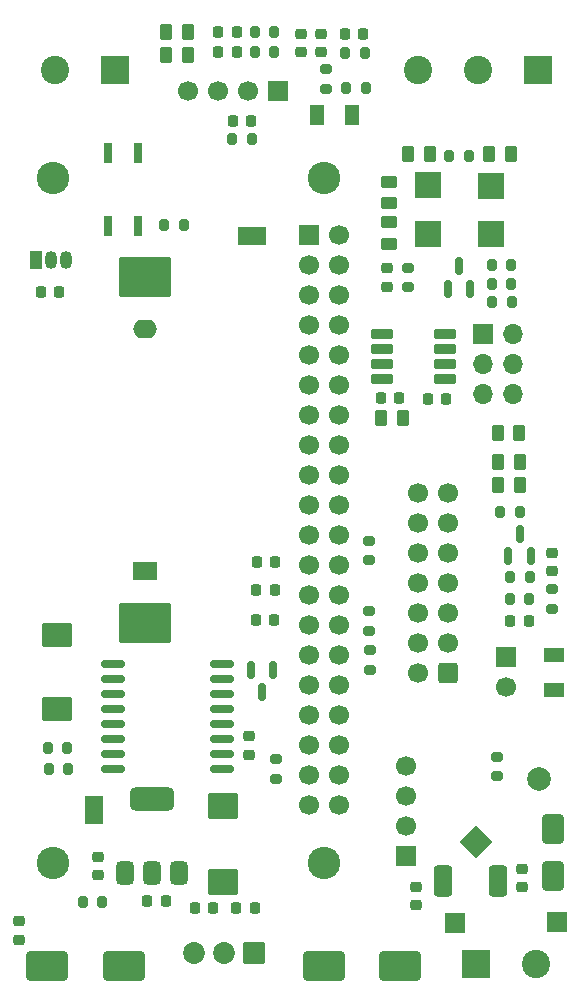
<source format=gbr>
%TF.GenerationSoftware,KiCad,Pcbnew,9.0.6*%
%TF.CreationDate,2025-12-26T20:19:53+00:00*%
%TF.ProjectId,PIDI-BOX-01-MAIN-1-PZ2_ESP-A1,50494449-2d42-44f5-982d-30312d4d4149,01*%
%TF.SameCoordinates,Original*%
%TF.FileFunction,Soldermask,Top*%
%TF.FilePolarity,Negative*%
%FSLAX46Y46*%
G04 Gerber Fmt 4.6, Leading zero omitted, Abs format (unit mm)*
G04 Created by KiCad (PCBNEW 9.0.6) date 2025-12-26 20:19:53*
%MOMM*%
%LPD*%
G01*
G04 APERTURE LIST*
G04 Aperture macros list*
%AMRoundRect*
0 Rectangle with rounded corners*
0 $1 Rounding radius*
0 $2 $3 $4 $5 $6 $7 $8 $9 X,Y pos of 4 corners*
0 Add a 4 corners polygon primitive as box body*
4,1,4,$2,$3,$4,$5,$6,$7,$8,$9,$2,$3,0*
0 Add four circle primitives for the rounded corners*
1,1,$1+$1,$2,$3*
1,1,$1+$1,$4,$5*
1,1,$1+$1,$6,$7*
1,1,$1+$1,$8,$9*
0 Add four rect primitives between the rounded corners*
20,1,$1+$1,$2,$3,$4,$5,0*
20,1,$1+$1,$4,$5,$6,$7,0*
20,1,$1+$1,$6,$7,$8,$9,0*
20,1,$1+$1,$8,$9,$2,$3,0*%
%AMRotRect*
0 Rectangle, with rotation*
0 The origin of the aperture is its center*
0 $1 length*
0 $2 width*
0 $3 Rotation angle, in degrees counterclockwise*
0 Add horizontal line*
21,1,$1,$2,0,0,$3*%
G04 Aperture macros list end*
%ADD10R,2.400000X2.400000*%
%ADD11C,2.400000*%
%ADD12RoundRect,0.225000X-0.250000X0.225000X-0.250000X-0.225000X0.250000X-0.225000X0.250000X0.225000X0*%
%ADD13RoundRect,0.102000X2.100000X-1.600000X2.100000X1.600000X-2.100000X1.600000X-2.100000X-1.600000X0*%
%ADD14RoundRect,0.200000X0.275000X-0.200000X0.275000X0.200000X-0.275000X0.200000X-0.275000X-0.200000X0*%
%ADD15RoundRect,0.200000X-0.200000X-0.275000X0.200000X-0.275000X0.200000X0.275000X-0.200000X0.275000X0*%
%ADD16R,1.700000X1.700000*%
%ADD17C,1.700000*%
%ADD18RoundRect,0.225000X0.250000X-0.225000X0.250000X0.225000X-0.250000X0.225000X-0.250000X-0.225000X0*%
%ADD19R,1.820000X1.160000*%
%ADD20RoundRect,0.225000X-0.225000X-0.250000X0.225000X-0.250000X0.225000X0.250000X-0.225000X0.250000X0*%
%ADD21RoundRect,0.200000X0.200000X0.275000X-0.200000X0.275000X-0.200000X-0.275000X0.200000X-0.275000X0*%
%ADD22RoundRect,0.225000X0.225000X0.250000X-0.225000X0.250000X-0.225000X-0.250000X0.225000X-0.250000X0*%
%ADD23RoundRect,0.250000X-0.262500X-0.450000X0.262500X-0.450000X0.262500X0.450000X-0.262500X0.450000X0*%
%ADD24RoundRect,0.218750X-0.256250X0.218750X-0.256250X-0.218750X0.256250X-0.218750X0.256250X0.218750X0*%
%ADD25O,1.700000X1.700000*%
%ADD26RoundRect,0.249999X0.512501X1.075001X-0.512501X1.075001X-0.512501X-1.075001X0.512501X-1.075001X0*%
%ADD27RoundRect,0.150000X0.150000X-0.587500X0.150000X0.587500X-0.150000X0.587500X-0.150000X-0.587500X0*%
%ADD28RoundRect,0.102000X0.825000X0.825000X-0.825000X0.825000X-0.825000X-0.825000X0.825000X-0.825000X0*%
%ADD29C,1.854000*%
%ADD30RotRect,2.000000X2.000000X45.000000*%
%ADD31C,2.000000*%
%ADD32R,2.260600X2.209800*%
%ADD33RoundRect,0.250000X-0.450000X0.262500X-0.450000X-0.262500X0.450000X-0.262500X0.450000X0.262500X0*%
%ADD34RoundRect,0.150000X-0.150000X0.587500X-0.150000X-0.587500X0.150000X-0.587500X0.150000X0.587500X0*%
%ADD35RoundRect,0.250000X-1.025000X0.875000X-1.025000X-0.875000X1.025000X-0.875000X1.025000X0.875000X0*%
%ADD36RoundRect,0.200000X-0.275000X0.200000X-0.275000X-0.200000X0.275000X-0.200000X0.275000X0.200000X0*%
%ADD37RoundRect,0.250000X0.600000X0.600000X-0.600000X0.600000X-0.600000X-0.600000X0.600000X-0.600000X0*%
%ADD38RoundRect,0.218750X-0.218750X-0.256250X0.218750X-0.256250X0.218750X0.256250X-0.218750X0.256250X0*%
%ADD39R,1.000000X1.500000*%
%ADD40RoundRect,0.250000X0.262500X0.450000X-0.262500X0.450000X-0.262500X-0.450000X0.262500X-0.450000X0*%
%ADD41RoundRect,0.218750X0.218750X0.256250X-0.218750X0.256250X-0.218750X-0.256250X0.218750X-0.256250X0*%
%ADD42RoundRect,0.250000X1.500000X1.000000X-1.500000X1.000000X-1.500000X-1.000000X1.500000X-1.000000X0*%
%ADD43C,2.750000*%
%ADD44RoundRect,0.375000X0.375000X-0.625000X0.375000X0.625000X-0.375000X0.625000X-0.375000X-0.625000X0*%
%ADD45RoundRect,0.500000X1.400000X-0.500000X1.400000X0.500000X-1.400000X0.500000X-1.400000X-0.500000X0*%
%ADD46R,1.160000X1.820000*%
%ADD47RoundRect,0.250000X-1.045000X0.785000X-1.045000X-0.785000X1.045000X-0.785000X1.045000X0.785000X0*%
%ADD48R,2.000000X1.600000*%
%ADD49O,2.000000X1.600000*%
%ADD50RoundRect,0.150000X0.875000X0.150000X-0.875000X0.150000X-0.875000X-0.150000X0.875000X-0.150000X0*%
%ADD51RoundRect,0.250000X-1.500000X-1.000000X1.500000X-1.000000X1.500000X1.000000X-1.500000X1.000000X0*%
%ADD52R,1.050000X1.500000*%
%ADD53O,1.050000X1.500000*%
%ADD54RoundRect,0.250000X-0.650000X1.000000X-0.650000X-1.000000X0.650000X-1.000000X0.650000X1.000000X0*%
%ADD55RoundRect,0.102000X0.800000X0.300000X-0.800000X0.300000X-0.800000X-0.300000X0.800000X-0.300000X0*%
%ADD56RoundRect,0.102000X-0.800000X-0.300000X0.800000X-0.300000X0.800000X0.300000X-0.800000X0.300000X0*%
%ADD57R,0.650000X1.750000*%
%ADD58R,1.500000X1.000000*%
G04 APERTURE END LIST*
%TO.C,JP1*%
G36*
X61200000Y-78450000D02*
G01*
X61500000Y-78450000D01*
X61500000Y-79950000D01*
X61200000Y-79950000D01*
X61200000Y-78450000D01*
G37*
%TO.C,JP5*%
G36*
X47242200Y-127943400D02*
G01*
X48742200Y-127943400D01*
X48742200Y-127643400D01*
X47242200Y-127643400D01*
X47242200Y-127943400D01*
G37*
%TD*%
D10*
%TO.C,J1*%
X49729600Y-65159600D03*
D11*
X44649600Y-65159600D03*
%TD*%
D12*
%TO.C,C10*%
X48292200Y-131768400D03*
X48292200Y-133318400D03*
%TD*%
D13*
%TO.C,Bat1*%
X52292322Y-111948400D03*
X52292322Y-82648400D03*
%TD*%
D14*
%TO.C,R19*%
X71250000Y-112625000D03*
X71250000Y-110975000D03*
%TD*%
D15*
%TO.C,R22*%
X47025000Y-135600000D03*
X48675000Y-135600000D03*
%TD*%
D16*
%TO.C,J13*%
X74342200Y-131716000D03*
D17*
X74342200Y-129176000D03*
X74342200Y-126636000D03*
X74342200Y-124096000D03*
%TD*%
D18*
%TO.C,C15*%
X61092200Y-123118400D03*
X61092200Y-121568400D03*
%TD*%
D19*
%TO.C,F1*%
X86926200Y-114672600D03*
X86926200Y-117622600D03*
%TD*%
D20*
%TO.C,C18*%
X83204800Y-111827800D03*
X84754800Y-111827800D03*
%TD*%
D21*
%TO.C,R27*%
X84804800Y-109948200D03*
X83154800Y-109948200D03*
%TD*%
D15*
%TO.C,R3*%
X61564800Y-61950000D03*
X63214800Y-61950000D03*
%TD*%
D22*
%TO.C,C7*%
X45029200Y-83989400D03*
X43479200Y-83989400D03*
%TD*%
D23*
%TO.C,R1*%
X54087500Y-61900000D03*
X55912500Y-61900000D03*
%TD*%
D21*
%TO.C,R31*%
X83294000Y-83252800D03*
X81644000Y-83252800D03*
%TD*%
D24*
%TO.C,LE3*%
X67165000Y-62078500D03*
X67165000Y-63653500D03*
%TD*%
D16*
%TO.C,J9*%
X80930200Y-87523400D03*
D25*
X83470200Y-87523400D03*
X80930200Y-90063400D03*
X83470200Y-90063400D03*
X80930200Y-92603400D03*
X83470200Y-92603400D03*
%TD*%
D14*
%TO.C,R24*%
X63342200Y-125168400D03*
X63342200Y-123518400D03*
%TD*%
D20*
%TO.C,C1*%
X72232000Y-92925000D03*
X73782000Y-92925000D03*
%TD*%
D21*
%TO.C,R15*%
X79699400Y-72432400D03*
X78049400Y-72432400D03*
%TD*%
D26*
%TO.C,FB1*%
X82151700Y-133798800D03*
X77476700Y-133798800D03*
%TD*%
D12*
%TO.C,C14*%
X84183000Y-132782200D03*
X84183000Y-134332200D03*
%TD*%
D27*
%TO.C,Q3*%
X83045000Y-106341400D03*
X84945000Y-106341400D03*
X83995000Y-104466400D03*
%TD*%
D28*
%TO.C,U3*%
X61525600Y-139950000D03*
D29*
X58985600Y-139950000D03*
X56445600Y-139950000D03*
%TD*%
D30*
%TO.C,BZ1*%
X80302194Y-130516806D03*
D31*
X85676206Y-125142794D03*
%TD*%
D32*
%TO.C,CR2*%
X76283600Y-78998300D03*
X76283600Y-74908900D03*
%TD*%
D14*
%TO.C,R16*%
X71300000Y-115925000D03*
X71300000Y-114275000D03*
%TD*%
D20*
%TO.C,C12*%
X56490400Y-136098000D03*
X58040400Y-136098000D03*
%TD*%
D33*
%TO.C,R11*%
X72956200Y-74593300D03*
X72956200Y-76418300D03*
%TD*%
D34*
%TO.C,Q2*%
X63151800Y-115968000D03*
X61251800Y-115968000D03*
X62201800Y-117843000D03*
%TD*%
D33*
%TO.C,R12*%
X72905400Y-78047700D03*
X72905400Y-79872700D03*
%TD*%
D22*
%TO.C,C2*%
X77769800Y-92981000D03*
X76219800Y-92981000D03*
%TD*%
D12*
%TO.C,C19*%
X75248600Y-134294600D03*
X75248600Y-135844600D03*
%TD*%
D15*
%TO.C,R6*%
X69311800Y-66692000D03*
X70961800Y-66692000D03*
%TD*%
D35*
%TO.C,C9*%
X58891000Y-127462000D03*
X58891000Y-133862000D03*
%TD*%
D16*
%TO.C,J5*%
X63520000Y-66900000D03*
D17*
X60980000Y-66900000D03*
X58440000Y-66900000D03*
X55900000Y-66900000D03*
%TD*%
D15*
%TO.C,R7*%
X61564800Y-63600000D03*
X63214800Y-63600000D03*
%TD*%
D36*
%TO.C,R14*%
X74581800Y-81894400D03*
X74581800Y-83544400D03*
%TD*%
D37*
%TO.C,J11*%
X77934600Y-116222000D03*
D17*
X75394600Y-116222000D03*
X77934600Y-113682000D03*
X75394600Y-113682000D03*
X77934600Y-111142000D03*
X75394600Y-111142000D03*
X77934600Y-108602000D03*
X75394600Y-108602000D03*
X77934600Y-106062000D03*
X75394600Y-106062000D03*
X77934600Y-103522000D03*
X75394600Y-103522000D03*
X77934600Y-100982000D03*
X75394600Y-100982000D03*
%TD*%
D16*
%TO.C,J3*%
X66149600Y-79089600D03*
D17*
X68689600Y-79089600D03*
X66149600Y-81629600D03*
X68689600Y-81629600D03*
X66149600Y-84169600D03*
X68689600Y-84169600D03*
X66149600Y-86709600D03*
X68689600Y-86709600D03*
X66149600Y-89249600D03*
X68689600Y-89249600D03*
X66149600Y-91789600D03*
X68689600Y-91789600D03*
X66149600Y-94329600D03*
X68689600Y-94329600D03*
X66149600Y-96869600D03*
X68689600Y-96869600D03*
X66149600Y-99409600D03*
X68689600Y-99409600D03*
X66149600Y-101949600D03*
X68689600Y-101949600D03*
X66149600Y-104489600D03*
X68689600Y-104489600D03*
X66149600Y-107029600D03*
X68689600Y-107029600D03*
X66149600Y-109569600D03*
X68689600Y-109569600D03*
X66149600Y-112109600D03*
X68689600Y-112109600D03*
X66149600Y-114649600D03*
X68689600Y-114649600D03*
X66149600Y-117189600D03*
X68689600Y-117189600D03*
X66149600Y-119729600D03*
X68689600Y-119729600D03*
X66149600Y-122269600D03*
X68689600Y-122269600D03*
X66149600Y-124809600D03*
X68689600Y-124809600D03*
X66149600Y-127349600D03*
X68689600Y-127349600D03*
%TD*%
D36*
%TO.C,R8*%
X67647600Y-65105000D03*
X67647600Y-66755000D03*
%TD*%
D22*
%TO.C,C11*%
X54025000Y-135500600D03*
X52475000Y-135500600D03*
%TD*%
D23*
%TO.C,R2*%
X54087500Y-63850000D03*
X55912500Y-63850000D03*
%TD*%
D21*
%TO.C,R26*%
X84017400Y-102582200D03*
X82367400Y-102582200D03*
%TD*%
D24*
%TO.C,LE4*%
X65515000Y-62078500D03*
X65515000Y-63653500D03*
%TD*%
D16*
%TO.C,J12*%
X82862200Y-114845400D03*
D17*
X82862200Y-117385400D03*
%TD*%
D27*
%TO.C,Q1*%
X77924400Y-83654600D03*
X79824400Y-83654600D03*
X78874400Y-81779600D03*
%TD*%
D22*
%TO.C,C8*%
X63217200Y-111693400D03*
X61667200Y-111693400D03*
%TD*%
D38*
%TO.C,LE2*%
X58475000Y-61950000D03*
X60050000Y-61950000D03*
%TD*%
D39*
%TO.C,JP1*%
X60700000Y-79200000D03*
X62000000Y-79200000D03*
%TD*%
D40*
%TO.C,R5*%
X76383300Y-72229200D03*
X74558300Y-72229200D03*
%TD*%
D22*
%TO.C,C6*%
X63267200Y-109193400D03*
X61717200Y-109193400D03*
%TD*%
D41*
%TO.C,LE5*%
X70779700Y-62093400D03*
X69204700Y-62093400D03*
%TD*%
D42*
%TO.C,C13*%
X50485900Y-141037800D03*
X43985900Y-141037800D03*
%TD*%
D23*
%TO.C,JP3*%
X82180200Y-98315000D03*
X84005200Y-98315000D03*
%TD*%
D15*
%TO.C,R29*%
X59675000Y-71000000D03*
X61325000Y-71000000D03*
%TD*%
D43*
%TO.C,*%
X44449600Y-74259600D03*
%TD*%
D21*
%TO.C,R13*%
X83294000Y-81703400D03*
X81644000Y-81703400D03*
%TD*%
D36*
%TO.C,R20*%
X82125600Y-123309600D03*
X82125600Y-124959600D03*
%TD*%
D44*
%TO.C,U5*%
X50592200Y-133143400D03*
X52892200Y-133143400D03*
D45*
X52892200Y-126843400D03*
D44*
X55192200Y-133143400D03*
%TD*%
D15*
%TO.C,R4*%
X69217200Y-63743400D03*
X70867200Y-63743400D03*
%TD*%
D46*
%TO.C,F2*%
X66858400Y-68978000D03*
X69808400Y-68978000D03*
%TD*%
D40*
%TO.C,JP4*%
X83980800Y-95907800D03*
X82155800Y-95907800D03*
%TD*%
D21*
%TO.C,R21*%
X45767200Y-124293400D03*
X44117200Y-124293400D03*
%TD*%
D43*
%TO.C,*%
X67449600Y-132259600D03*
%TD*%
%TO.C,*%
X44449600Y-132259600D03*
%TD*%
D22*
%TO.C,C16*%
X61571000Y-136123400D03*
X60021000Y-136123400D03*
%TD*%
D47*
%TO.C,C4*%
X44842200Y-113023400D03*
X44842200Y-119263400D03*
%TD*%
D10*
%TO.C,J14*%
X80332200Y-140823400D03*
D11*
X85412200Y-140823400D03*
%TD*%
D16*
%TO.C,J4*%
X87135800Y-137266400D03*
%TD*%
D40*
%TO.C,R10*%
X83266700Y-72280000D03*
X81441700Y-72280000D03*
%TD*%
D36*
%TO.C,R28*%
X86723000Y-109097700D03*
X86723000Y-110747700D03*
%TD*%
D16*
%TO.C,J8*%
X78525200Y-137368000D03*
%TD*%
D23*
%TO.C,JP2*%
X82183300Y-100257400D03*
X84008300Y-100257400D03*
%TD*%
D43*
%TO.C,*%
X67449600Y-74259600D03*
%TD*%
D48*
%TO.C,REF\u002A\u002A*%
X52249878Y-107595000D03*
D49*
X52249878Y-87095000D03*
%TD*%
D15*
%TO.C,R25*%
X83205600Y-108119400D03*
X84855600Y-108119400D03*
%TD*%
D38*
%TO.C,LE1*%
X58475000Y-63600000D03*
X60050000Y-63600000D03*
%TD*%
D50*
%TO.C,U2*%
X58842200Y-124363400D03*
X58842200Y-123093400D03*
X58842200Y-121823400D03*
X58842200Y-120553400D03*
X58842200Y-119283400D03*
X58842200Y-118013400D03*
X58842200Y-116743400D03*
X58842200Y-115473400D03*
X49542200Y-115473400D03*
X49542200Y-116743400D03*
X49542200Y-118013400D03*
X49542200Y-119283400D03*
X49542200Y-120553400D03*
X49542200Y-121823400D03*
X49542200Y-123093400D03*
X49542200Y-124363400D03*
%TD*%
D40*
%TO.C,R18*%
X74112500Y-94600000D03*
X72287500Y-94600000D03*
%TD*%
D18*
%TO.C,C3*%
X72753000Y-83494400D03*
X72753000Y-81944400D03*
%TD*%
D22*
%TO.C,C5*%
X63317200Y-106793400D03*
X61767200Y-106793400D03*
%TD*%
D51*
%TO.C,C17*%
X67400000Y-141000000D03*
X73900000Y-141000000D03*
%TD*%
D21*
%TO.C,R30*%
X83332600Y-84776800D03*
X81682600Y-84776800D03*
%TD*%
D32*
%TO.C,CR1*%
X81541400Y-79049100D03*
X81541400Y-74959700D03*
%TD*%
D52*
%TO.C,U4*%
X43085800Y-81246200D03*
D53*
X44355800Y-81246200D03*
X45625800Y-81246200D03*
%TD*%
D36*
%TO.C,R17*%
X71250000Y-105008400D03*
X71250000Y-106658400D03*
%TD*%
D24*
%TO.C,LE7*%
X86723000Y-106011100D03*
X86723000Y-107586100D03*
%TD*%
D38*
%TO.C,LE8*%
X59712500Y-69500000D03*
X61287500Y-69500000D03*
%TD*%
D54*
%TO.C,D1*%
X86800000Y-129375000D03*
X86800000Y-133375000D03*
%TD*%
D55*
%TO.C,U1*%
X77713600Y-91279200D03*
X77713600Y-90009200D03*
X77713600Y-88739200D03*
X77713600Y-87469200D03*
D56*
X72313600Y-87469200D03*
X72313600Y-88739200D03*
X72313600Y-90009200D03*
X72313600Y-91279200D03*
%TD*%
D15*
%TO.C,R9*%
X53917200Y-78293400D03*
X55567200Y-78293400D03*
%TD*%
D57*
%TO.C,IC1*%
X51662200Y-72168400D03*
X49122200Y-72168400D03*
X49122200Y-78318400D03*
X51662200Y-78318400D03*
%TD*%
D24*
%TO.C,LE6*%
X41650000Y-137212500D03*
X41650000Y-138787500D03*
%TD*%
D58*
%TO.C,JP5*%
X47992200Y-128443400D03*
X47992200Y-127143400D03*
%TD*%
D21*
%TO.C,R23*%
X45717200Y-122593400D03*
X44067200Y-122593400D03*
%TD*%
D10*
%TO.C,J2*%
X85575400Y-65184800D03*
D11*
X80495400Y-65184800D03*
X75415400Y-65184800D03*
%TD*%
M02*

</source>
